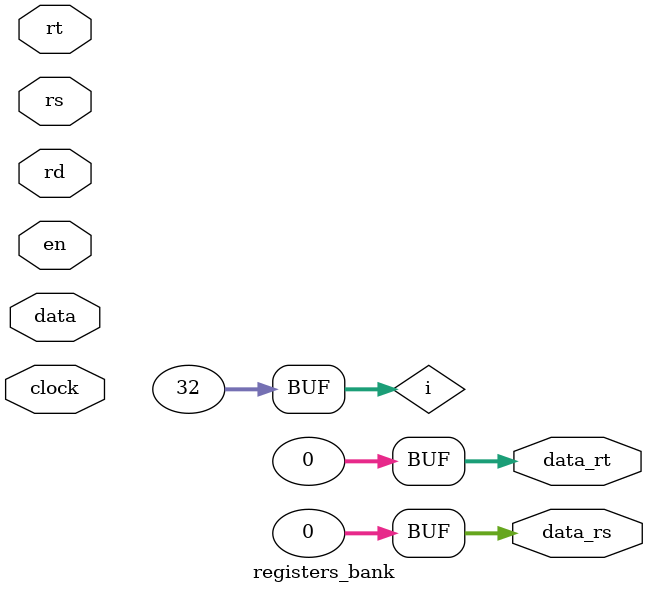
<source format=v>
module registers_bank (
	input clock,
	input [4:0] rd,
	input [4:0] rs,
	input [4:0] rt,
	input en,
	input [31:0] data,

	output reg [31:0] data_rs,
	output reg [31:0] data_rt
	
);

integer i;
reg [31:0] registers [15:0];

initial begin

  for (i = 0; i < 32; i = i + 1) begin
    registers[i] = 0;
  end
  
  data_rs = 0;
  data_rt = 0;
end

endmodule
</source>
